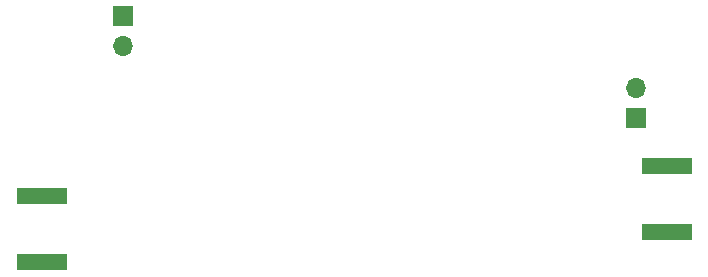
<source format=gbr>
%TF.GenerationSoftware,KiCad,Pcbnew,(5.1.9)-1*%
%TF.CreationDate,2021-02-06T18:12:04-05:00*%
%TF.ProjectId,DemodulatorCircuit,44656d6f-6475-46c6-9174-6f7243697263,rev?*%
%TF.SameCoordinates,Original*%
%TF.FileFunction,Soldermask,Bot*%
%TF.FilePolarity,Negative*%
%FSLAX46Y46*%
G04 Gerber Fmt 4.6, Leading zero omitted, Abs format (unit mm)*
G04 Created by KiCad (PCBNEW (5.1.9)-1) date 2021-02-06 18:12:04*
%MOMM*%
%LPD*%
G01*
G04 APERTURE LIST*
%ADD10R,4.200000X1.350000*%
%ADD11O,1.700000X1.700000*%
%ADD12R,1.700000X1.700000*%
G04 APERTURE END LIST*
D10*
%TO.C,J3*%
X105210000Y-32481000D03*
X105210000Y-38131000D03*
%TD*%
%TO.C,J1*%
X52270000Y-40671000D03*
X52270000Y-35021000D03*
%TD*%
D11*
%TO.C,Jout1*%
X102616000Y-25908000D03*
D12*
X102616000Y-28448000D03*
%TD*%
D11*
%TO.C,J2*%
X59182000Y-22352000D03*
D12*
X59182000Y-19812000D03*
%TD*%
M02*

</source>
